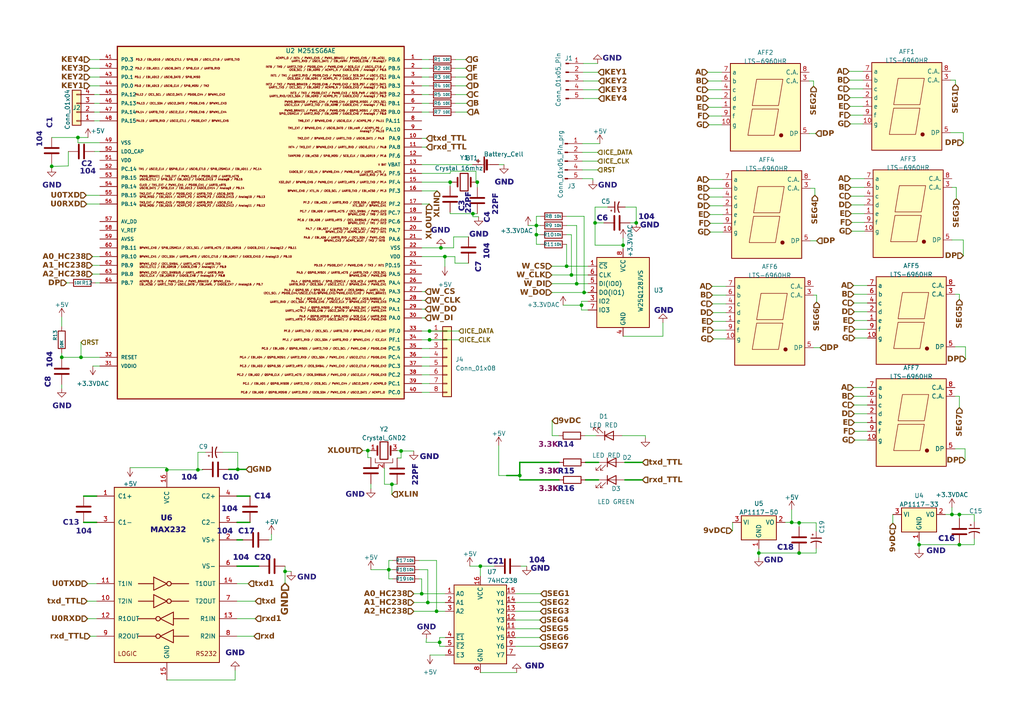
<source format=kicad_sch>
(kicad_sch (version 20230121) (generator eeschema)
  (paper "A4")
  (junction (at 180.721 71.12))
  (junction (at 278.257 157.988))
  (junction (at 23.495 103.632))
  (junction (at 17.907 103.632))
  (junction (at 231.775 160.401))
  (junction (at 278.257 149.225))
  (junction (at 126.619 177.292))
  (junction (at 130.556 52.832))
  (junction (at 220.091 160.401))
  (junction (at 184.531 64.643))
  (junction (at 164.338 77.216))
  (junction (at 127.508 186.309))
  (junction (at 169.418 84.836))
  (junction (at 138.43 52.832))
  (junction (at 155.575 68.072))
  (junction (at 82.677 165.735))
  (junction (at 124.587 96.012))
  (junction (at 113.665 140.462))
  (junction (at 229.616 151.511))
  (junction (at 116.332 130.81))
  (junction (at 139.319 164.211))
  (junction (at 14.986 48.26))
  (junction (at 231.775 151.638))
  (junction (at 106.68 130.683))
  (junction (at 137.16 61.976))
  (junction (at 48.387 136.271))
  (junction (at 124.587 98.552))
  (junction (at 168.656 88.519))
  (junction (at 155.575 65.405))
  (junction (at 22.606 39.878))
  (junction (at 276.098 149.225))
  (junction (at 127.889 71.882))
  (junction (at 167.259 82.296))
  (junction (at 122.301 172.212))
  (junction (at 124.079 174.752))
  (junction (at 112.776 165.227))
  (junction (at 68.961 136.144))
  (junction (at 150.749 137.922))
  (junction (at 57.404 136.271))
  (junction (at 172.593 64.643))
  (junction (at 129.032 74.422))
  (junction (at 266.573 157.988))
  (junction (at 165.735 79.756))
  (wire (pts (xy 116.332 130.81) (xy 116.332 130.683)))
  (wire (pts (xy 169.799 139.192) (xy 173.609 139.192)) (stroke (width 0.4)))
  (wire (pts (xy 27.432 43.942) (xy 28.956 43.942)))
  (wire (pts (xy 181.356 60.071) (xy 184.531 60.071)))
  (wire (pts (xy 169.672 126.365) (xy 172.847 126.365)))
  (wire (pts (xy 180.467 126.365) (xy 187.198 126.365)))
  (wire (pts (xy 113.792 140.335) (xy 113.665 140.462)))
  (wire (pts (xy 205.232 20.955) (xy 209.296 20.955)))
  (wire (pts (xy 164.338 65.405) (xy 167.259 65.405)))
  (wire (pts (xy 173.609 26.035) (xy 169.164 26.035)))
  (wire (pts (xy 130.556 61.595) (xy 130.556 61.976)))
  (wire (pts (xy 236.855 87.63) (xy 236.855 85.598)))
  (wire (pts (xy 160.02 79.756) (xy 165.735 79.756)))
  (wire (pts (xy 25.146 59.182) (xy 28.956 59.182)))
  (wire (pts (xy 164.338 62.738) (xy 169.418 62.738)))
  (wire (pts (xy 168.656 87.376) (xy 168.656 88.519)))
  (wire (pts (xy 26.035 19.812) (xy 28.956 19.812)))
  (wire (pts (xy 138.811 62.865) (xy 137.16 62.865)))
  (wire (pts (xy 126.619 162.56) (xy 126.619 177.292)))
  (wire (pts (xy 124.714 189.992) (xy 129.159 189.992)))
  (wire (pts (xy 122.301 47.752) (xy 137.033 47.752)))
  (wire (pts (xy 167.259 65.405) (xy 167.259 82.296)))
  (wire (pts (xy 26.924 106.172) (xy 28.956 106.172)))
  (wire (pts (xy 27.305 27.432) (xy 28.956 27.432)))
  (wire (pts (xy 132.08 17.272) (xy 135.128 17.272)))
  (wire (pts (xy 181.229 134.112) (xy 186.309 134.112)) (stroke (width 0.4)))
  (wire (pts (xy 14.986 48.641) (xy 14.986 48.26)))
  (wire (pts (xy 124.46 17.272) (xy 122.301 17.272)))
  (wire (pts (xy 64.643 131.191) (xy 68.961 131.191)))
  (wire (pts (xy 205.613 33.655) (xy 209.296 33.655)))
  (wire (pts (xy 160.147 122.047) (xy 160.147 126.365)))
  (wire (pts (xy 279.4 69.596) (xy 279.4 74.168)))
  (wire (pts (xy 247.015 67.056) (xy 250.698 67.056)))
  (wire (pts (xy 136.271 164.211) (xy 139.319 164.211)))
  (wire (pts (xy 171.958 52.324) (xy 171.958 51.816)))
  (wire (pts (xy 129.032 74.422) (xy 131.953 74.422)))
  (wire (pts (xy 227.711 151.511) (xy 229.616 151.511)))
  (wire (pts (xy 82.677 165.735) (xy 82.677 164.211)))
  (wire (pts (xy 26.797 79.502) (xy 28.956 79.502)))
  (wire (pts (xy 74.041 179.451) (xy 68.707 179.451)))
  (wire (pts (xy 237.871 100.838) (xy 235.966 100.838)))
  (wire (pts (xy 124.587 96.012) (xy 133.096 96.012)))
  (wire (pts (xy 168.91 49.276) (xy 173.355 49.276)))
  (wire (pts (xy 247.777 92.964) (xy 251.587 92.964)))
  (wire (pts (xy 246.253 20.701) (xy 250.317 20.701)))
  (wire (pts (xy 168.656 88.519) (xy 168.656 89.916)))
  (wire (pts (xy 68.707 156.591) (xy 70.358 156.591)) (stroke (width 0.4)))
  (wire (pts (xy 274.193 149.225) (xy 276.098 149.225)))
  (wire (pts (xy 220.091 160.401) (xy 231.775 160.401)))
  (wire (pts (xy 106.68 130.683) (xy 107.569 130.683)))
  (wire (pts (xy 205.74 57.15) (xy 209.677 57.15)))
  (wire (pts (xy 180.721 71.12) (xy 180.721 69.088)))
  (wire (pts (xy 278.257 114.935) (xy 276.987 114.935)))
  (wire (pts (xy 129.032 74.422) (xy 129.032 77.343)))
  (wire (pts (xy 26.035 17.272) (xy 28.956 17.272)))
  (wire (pts (xy 23.495 103.632) (xy 17.907 103.632)))
  (wire (pts (xy 164.338 68.072) (xy 165.735 68.072)))
  (wire (pts (xy 115.189 132.842) (xy 116.332 132.842)))
  (wire (pts (xy 205.359 23.495) (xy 209.296 23.495)))
  (wire (pts (xy 170.561 87.376) (xy 168.656 87.376)))
  (wire (pts (xy 130.556 53.975) (xy 130.556 52.832)))
  (wire (pts (xy 168.91 46.736) (xy 173.355 46.736)))
  (wire (pts (xy 26.035 22.352) (xy 28.956 22.352)))
  (wire (pts (xy 206.756 93.218) (xy 210.566 93.218)))
  (wire (pts (xy 172.593 64.643) (xy 172.593 71.12)))
  (wire (pts (xy 205.867 62.23) (xy 209.677 62.23)))
  (wire (pts (xy 132.08 19.812) (xy 135.128 19.812)))
  (wire (pts (xy 168.91 41.656) (xy 173.99 41.656)))
  (wire (pts (xy 124.46 19.812) (xy 122.301 19.812)))
  (wire (pts (xy 130.683 49.657) (xy 138.049 49.657)))
  (wire (pts (xy 279.908 133.477) (xy 279.908 130.175)))
  (wire (pts (xy 68.707 184.531) (xy 73.66 184.531)))
  (wire (pts (xy 246.761 54.356) (xy 250.698 54.356)))
  (wire (pts (xy 138.049 52.451) (xy 138.43 52.451)))
  (wire (pts (xy 160.02 84.836) (xy 169.418 84.836)))
  (wire (pts (xy 266.573 157.988) (xy 278.257 157.988)))
  (wire (pts (xy 124.46 32.512) (xy 122.301 32.512)))
  (wire (pts (xy 106.68 132.715) (xy 106.68 130.683)))
  (wire (pts (xy 235.966 25.019) (xy 235.966 23.495)))
  (wire (pts (xy 246.507 30.861) (xy 250.317 30.861)))
  (wire (pts (xy 113.919 165.227) (xy 112.776 165.227)))
  (wire (pts (xy 113.665 140.335) (xy 113.792 140.335)))
  (wire (pts (xy 107.569 132.715) (xy 106.68 132.715)))
  (wire (pts (xy 153.162 65.405) (xy 155.575 65.405)))
  (wire (pts (xy 137.16 62.865) (xy 137.16 61.976)))
  (wire (pts (xy 212.471 153.924) (xy 212.344 153.924)))
  (wire (pts (xy 14.986 48.26) (xy 14.986 47.498)))
  (wire (pts (xy 152.781 164.211) (xy 151.003 164.211)))
  (wire (pts (xy 124.587 101.092) (xy 122.301 101.092)))
  (wire (pts (xy 258.953 151.765) (xy 258.953 149.225)))
  (wire (pts (xy 113.665 140.462) (xy 113.665 140.335)))
  (wire (pts (xy 107.569 140.335) (xy 107.569 141.732)))
  (wire (pts (xy 266.573 157.988) (xy 266.573 159.258)))
  (wire (pts (xy 144.653 137.922) (xy 146.939 137.922)))
  (wire (pts (xy 78.74 154.94) (xy 78.74 156.591)))
  (wire (pts (xy 111.506 135.89) (xy 111.379 135.763)))
  (wire (pts (xy 206.502 83.058) (xy 210.566 83.058)))
  (wire (pts (xy 132.08 27.432) (xy 135.382 27.432)))
  (wire (pts (xy 205.74 54.61) (xy 209.677 54.61)))
  (wire (pts (xy 149.479 177.292) (xy 156.718 177.292)))
  (wire (pts (xy 164.338 70.866) (xy 164.338 77.216)))
  (wire (pts (xy 247.904 95.504) (xy 251.587 95.504)))
  (wire (pts (xy 247.904 127.635) (xy 251.587 127.635)))
  (wire (pts (xy 229.616 147.828) (xy 229.616 151.511)))
  (wire (pts (xy 169.418 84.836) (xy 170.561 84.836)))
  (wire (pts (xy 173.482 20.955) (xy 169.164 20.955)))
  (wire (pts (xy 172.593 60.071) (xy 172.593 64.643)))
  (wire (pts (xy 247.777 120.015) (xy 251.587 120.015)))
  (wire (pts (xy 120.015 172.212) (xy 122.301 172.212)))
  (wire (pts (xy 165.735 68.072) (xy 165.735 79.756)))
  (wire (pts (xy 282.575 151.257) (xy 282.575 149.225)))
  (wire (pts (xy 120.015 130.81) (xy 116.332 130.81)))
  (wire (pts (xy 131.572 71.882) (xy 127.889 71.882)))
  (wire (pts (xy 236.347 54.61) (xy 235.077 54.61)))
  (wire (pts (xy 122.301 98.552) (xy 124.587 98.552)))
  (wire (pts (xy 169.418 62.738) (xy 169.418 84.836)))
  (wire (pts (xy 180.721 72.136) (xy 180.721 71.12)))
  (wire (pts (xy 121.539 167.894) (xy 122.301 167.894)))
  (wire (pts (xy 279.4 38.481) (xy 279.4 41.402)))
  (wire (pts (xy 131.953 76.327) (xy 131.953 74.422)))
  (wire (pts (xy 127.889 71.882) (xy 122.301 71.882)))
  (wire (pts (xy 165.735 79.756) (xy 170.561 79.756)))
  (wire (pts (xy 162.179 134.112) (xy 150.749 134.112)) (stroke (width 0.4)))
  (wire (pts (xy 19.812 43.942) (xy 19.812 48.133)))
  (wire (pts (xy 169.799 134.112) (xy 173.609 134.112)) (stroke (width 0.4)))
  (wire (pts (xy 184.531 60.071) (xy 184.531 64.643)))
  (wire (pts (xy 278.257 150.368) (xy 278.257 149.225)))
  (wire (pts (xy 22.606 41.402) (xy 22.606 39.878)))
  (wire (pts (xy 205.359 26.035) (xy 209.296 26.035)))
  (wire (pts (xy 17.907 91.948) (xy 17.907 94.742)))
  (wire (pts (xy 131.572 68.707) (xy 131.572 71.882)))
  (wire (pts (xy 231.775 152.781) (xy 231.775 151.638)))
  (wire (pts (xy 20.066 82.042) (xy 19.304 82.042)))
  (wire (pts (xy 280.035 100.584) (xy 280.035 104.14)))
  (wire (pts (xy 122.301 55.372) (xy 126.746 55.372)))
  (wire (pts (xy 155.575 68.072) (xy 156.718 68.072)))
  (wire (pts (xy 68.707 174.371) (xy 74.041 174.371)))
  (wire (pts (xy 229.616 151.511) (xy 229.616 151.638)))
  (wire (pts (xy 72.009 169.291) (xy 68.707 169.291)))
  (wire (pts (xy 236.855 85.598) (xy 235.966 85.598)))
  (wire (pts (xy 149.479 184.912) (xy 156.591 184.912)))
  (wire (pts (xy 68.707 164.211) (xy 75.057 164.211)) (stroke (width 0.4)))
  (wire (pts (xy 247.777 122.555) (xy 251.587 122.555)))
  (wire (pts (xy 160.02 77.216) (xy 164.338 77.216)))
  (wire (pts (xy 121.539 162.56) (xy 126.619 162.56)))
  (wire (pts (xy 246.634 51.816) (xy 250.698 51.816)))
  (wire (pts (xy 235.966 23.495) (xy 234.696 23.495)))
  (wire (pts (xy 26.162 184.531) (xy 28.067 184.531)))
  (wire (pts (xy 27.305 32.512) (xy 28.956 32.512)))
  (wire (pts (xy 247.015 64.516) (xy 250.698 64.516)))
  (wire (pts (xy 68.199 197.231) (xy 68.199 194.437)))
  (wire (pts (xy 247.65 117.475) (xy 251.587 117.475)))
  (wire (pts (xy 176.276 60.071) (xy 172.593 60.071)))
  (wire (pts (xy 180.721 97.536) (xy 192.278 97.536)))
  (wire (pts (xy 206.756 90.678) (xy 210.566 90.678)))
  (wire (pts (xy 246.634 33.401) (xy 250.317 33.401)))
  (wire (pts (xy 105.156 130.683) (xy 106.68 130.683)))
  (wire (pts (xy 132.08 24.892) (xy 135.255 24.892)))
  (wire (pts (xy 17.907 103.886) (xy 17.907 103.632)))
  (wire (pts (xy 132.08 29.972) (xy 135.382 29.972)))
  (wire (pts (xy 82.677 169.164) (xy 82.677 165.735)))
  (wire (pts (xy 155.575 62.738) (xy 155.575 65.405)))
  (wire (pts (xy 187.198 126.365) (xy 187.198 127)))
  (wire (pts (xy 150.749 134.112) (xy 150.749 137.922)) (stroke (width 0.4)))
  (wire (pts (xy 122.301 103.632) (xy 124.587 103.632)))
  (wire (pts (xy 276.098 149.225) (xy 278.257 149.225)))
  (wire (pts (xy 123.698 42.672) (xy 122.301 42.672)))
  (wire (pts (xy 122.301 111.252) (xy 124.587 111.252)))
  (wire (pts (xy 57.404 131.191) (xy 57.404 136.271)))
  (wire (pts (xy 25.4 169.291) (xy 28.067 169.291)))
  (wire (pts (xy 116.332 132.842) (xy 116.332 130.81)))
  (wire (pts (xy 205.486 31.115) (xy 209.296 31.115)))
  (wire (pts (xy 135.89 76.327) (xy 131.953 76.327)))
  (wire (pts (xy 138.43 52.451) (xy 138.43 52.832)))
  (wire (pts (xy 236.728 160.401) (xy 231.775 160.401)))
  (wire (pts (xy 149.479 172.212) (xy 156.845 172.212)))
  (wire (pts (xy 160.147 126.365) (xy 162.052 126.365)))
  (wire (pts (xy 149.479 174.752) (xy 156.718 174.752)))
  (wire (pts (xy 277.114 24.511) (xy 277.114 23.241)))
  (wire (pts (xy 127.508 187.452) (xy 129.159 187.452)))
  (wire (pts (xy 156.718 65.405) (xy 155.575 65.405)))
  (wire (pts (xy 247.904 98.044) (xy 251.587 98.044)))
  (wire (pts (xy 25.273 174.371) (xy 28.067 174.371)))
  (wire (pts (xy 139.319 195.072) (xy 149.86 195.072)))
  (wire (pts (xy 236.728 151.638) (xy 231.775 151.638)))
  (wire (pts (xy 122.301 59.182) (xy 124.46 59.182)))
  (wire (pts (xy 28.956 103.632) (xy 23.495 103.632)))
  (wire (pts (xy 68.707 143.891) (xy 72.517 143.891)) (stroke (width 0.4)))
  (wire (pts (xy 156.718 70.866) (xy 155.575 70.866)))
  (wire (pts (xy 59.563 131.191) (xy 57.404 131.191)))
  (wire (pts (xy 23.495 99.314) (xy 23.495 103.632)))
  (wire (pts (xy 277.114 23.241) (xy 275.717 23.241)))
  (wire (pts (xy 247.65 114.935) (xy 251.587 114.935)))
  (wire (pts (xy 24.257 151.511) (xy 28.067 151.511)) (stroke (width 0.4)))
  (wire (pts (xy 130.556 50.292) (xy 130.683 49.657)))
  (wire (pts (xy 164.338 77.216) (xy 170.561 77.216)))
  (wire (pts (xy 156.591 187.452) (xy 149.479 187.452)))
  (wire (pts (xy 121.539 165.227) (xy 124.079 165.227)))
  (wire (pts (xy 131.572 68.707) (xy 135.89 68.707)))
  (wire (pts (xy 156.718 62.738) (xy 155.575 62.738)))
  (wire (pts (xy 205.994 67.31) (xy 209.677 67.31)))
  (wire (pts (xy 172.593 71.12) (xy 180.721 71.12)))
  (wire (pts (xy 124.587 98.552) (xy 133.096 98.552)))
  (wire (pts (xy 278.257 85.344) (xy 276.987 85.344)))
  (wire (pts (xy 28.956 41.402) (xy 22.606 41.402)))
  (wire (pts (xy 282.575 157.988) (xy 278.257 157.988)))
  (wire (pts (xy 206.883 95.758) (xy 210.566 95.758)))
  (wire (pts (xy 206.883 98.298) (xy 210.566 98.298)))
  (wire (pts (xy 122.301 167.894) (xy 122.301 172.212)))
  (wire (pts (xy 120.015 177.292) (xy 126.619 177.292)))
  (wire (pts (xy 247.777 90.424) (xy 251.587 90.424)))
  (wire (pts (xy 279.908 130.175) (xy 276.987 130.175)))
  (wire (pts (xy 282.575 149.225) (xy 278.257 149.225)))
  (wire (pts (xy 112.776 162.56) (xy 112.776 165.227)))
  (wire (pts (xy 14.986 39.878) (xy 22.606 39.878)))
  (wire (pts (xy 282.575 156.337) (xy 282.575 157.988)))
  (wire (pts (xy 236.728 159.131) (xy 236.728 160.401)))
  (wire (pts (xy 150.749 139.192) (xy 162.179 139.192)) (stroke (width 0.4)))
  (wire (pts (xy 111.506 140.462) (xy 113.665 140.462)))
  (wire (pts (xy 48.387 197.231) (xy 68.199 197.231)))
  (wire (pts (xy 123.698 185.166) (xy 123.571 186.309)))
  (wire (pts (xy 205.867 59.69) (xy 209.677 59.69)))
  (wire (pts (xy 27.686 82.042) (xy 28.956 82.042)))
  (wire (pts (xy 112.776 167.894) (xy 113.919 167.894)))
  (wire (pts (xy 246.38 25.781) (xy 250.317 25.781)))
  (wire (pts (xy 17.907 112.649) (xy 17.907 111.506)))
  (wire (pts (xy 57.404 136.271) (xy 58.801 136.271)))
  (wire (pts (xy 122.301 113.792) (xy 124.587 113.792)))
  (wire (pts (xy 124.079 174.752) (xy 129.159 174.752)))
  (wire (pts (xy 48.387 135.636) (xy 48.387 136.271)))
  (wire (pts (xy 27.305 35.052) (xy 28.956 35.052)))
  (wire (pts (xy 278.257 86.868) (xy 278.257 85.344)))
  (wire (pts (xy 167.259 82.296) (xy 170.561 82.296)))
  (wire (pts (xy 124.46 27.432) (xy 122.301 27.432)))
  (wire (pts (xy 124.46 29.972) (xy 122.301 29.972)))
  (wire (pts (xy 130.556 61.976) (xy 137.16 61.976)))
  (wire (pts (xy 246.38 23.241) (xy 250.317 23.241)))
  (wire (pts (xy 163.322 88.519) (xy 168.656 88.519)))
  (wire (pts (xy 277.368 54.356) (xy 276.098 54.356)))
  (wire (pts (xy 24.257 143.891) (xy 28.067 143.891)) (stroke (width 0.4)))
  (wire (pts (xy 247.65 87.884) (xy 251.587 87.884)))
  (wire (pts (xy 113.665 140.462) (xy 115.189 140.462)))
  (wire (pts (xy 146.177 47.752) (xy 144.653 47.752)))
  (wire (pts (xy 220.091 160.401) (xy 220.091 161.671)))
  (wire (pts (xy 123.571 186.309) (xy 127.508 186.309)))
  (wire (pts (xy 276.987 100.584) (xy 280.035 100.584)))
  (wire (pts (xy 220.091 159.131) (xy 220.091 160.401)))
  (wire (pts (xy 48.387 136.271) (xy 57.404 136.271)))
  (wire (pts (xy 168.91 44.196) (xy 173.355 44.196)))
  (wire (pts (xy 205.486 28.575) (xy 209.296 28.575)))
  (wire (pts (xy 206.629 88.138) (xy 210.566 88.138)))
  (wire (pts (xy 26.035 24.892) (xy 28.956 24.892)))
  (wire (pts (xy 132.08 32.512) (xy 135.509 32.512)))
  (wire (pts (xy 144.653 129.286) (xy 144.653 137.922)))
  (wire (pts (xy 169.164 18.415) (xy 173.355 18.415)))
  (wire (pts (xy 132.08 22.352) (xy 135.255 22.352)))
  (wire (pts (xy 235.077 69.85) (xy 236.855 69.85)))
  (wire (pts (xy 139.319 164.211) (xy 143.383 164.211)))
  (wire (pts (xy 276.098 147.193) (xy 276.098 149.225)))
  (wire (pts (xy 58.801 136.271) (xy 58.674 136.144)))
  (wire (pts (xy 146.939 137.922) (xy 150.749 137.922)) (stroke (width 0.4)))
  (wire (pts (xy 247.523 112.395) (xy 251.587 112.395)))
  (wire (pts (xy 122.301 74.422) (xy 129.032 74.422)))
  (wire (pts (xy 25.4 179.451) (xy 28.067 179.451)))
  (wire (pts (xy 124.079 165.227) (xy 124.079 174.752)))
  (wire (pts (xy 277.368 57.658) (xy 277.368 54.356)))
  (wire (pts (xy 122.301 84.582) (xy 123.317 84.582)))
  (wire (pts (xy 107.569 165.227) (xy 112.776 165.227)))
  (wire (pts (xy 17.907 103.632) (xy 17.907 102.362)))
  (wire (pts (xy 68.961 136.144) (xy 71.374 136.144)) (stroke (width 0.4)))
  (wire (pts (xy 113.665 143.383) (xy 113.665 140.462)))
  (wire (pts (xy 120.015 174.752) (xy 124.079 174.752)))
  (wire (pts (xy 275.717 38.481) (xy 279.4 38.481)))
  (wire (pts (xy 129.159 184.912) (xy 127.508 184.912)))
  (wire (pts (xy 160.02 82.296) (xy 167.259 82.296)))
  (wire (pts (xy 122.301 22.352) (xy 124.46 22.352)))
  (wire (pts (xy 68.961 131.191) (xy 68.961 136.144)))
  (wire (pts (xy 169.418 84.963) (xy 169.418 84.836)))
  (wire (pts (xy 122.301 106.172) (xy 124.587 106.172)))
  (wire (pts (xy 25.019 56.642) (xy 28.956 56.642)))
  (wire (pts (xy 68.707 151.511) (xy 72.517 151.511)) (stroke (width 0.4)))
  (wire (pts (xy 247.904 125.095) (xy 251.587 125.095)))
  (wire (pts (xy 127.508 186.309) (xy 127.508 187.452)))
  (wire (pts (xy 229.616 151.638) (xy 231.775 151.638)))
  (wire (pts (xy 236.728 154.051) (xy 236.728 151.638)))
  (wire (pts (xy 22.606 39.878) (xy 25.527 39.878)))
  (wire (pts (xy 155.575 65.405) (xy 155.575 68.072)))
  (wire (pts (xy 122.301 92.202) (xy 123.317 92.202)))
  (wire (pts (xy 150.749 137.922) (xy 150.749 139.192)))
  (wire (pts (xy 26.797 74.422) (xy 28.956 74.422)))
  (wire (pts (xy 247.65 85.344) (xy 251.587 85.344)))
  (wire (pts (xy 122.301 108.712) (xy 124.587 108.712)))
  (wire (pts (xy 124.46 24.892) (xy 122.301 24.892)))
  (wire (pts (xy 26.797 76.962) (xy 28.956 76.962)))
  (wire (pts (xy 236.601 38.735) (xy 234.696 38.735)))
  (wire (pts (xy 278.257 118.237) (xy 278.257 114.935)))
  (wire (pts (xy 175.133 64.643) (xy 172.593 64.643)))
  (wire (pts (xy 169.164 23.495) (xy 173.609 23.495)))
  (wire (pts (xy 247.523 82.804) (xy 251.587 82.804)))
  (wire (pts (xy 84.455 165.735) (xy 82.677 165.735)))
  (wire (pts (xy 122.301 96.012) (xy 124.587 96.012)))
  (wire (pts (xy 169.164 28.575) (xy 173.609 28.575)))
  (wire (pts (xy 130.556 52.832) (xy 130.81 52.832)))
  (wire (pts (xy 171.958 51.816) (xy 168.91 51.816)))
  (wire (pts (xy 116.332 130.683) (xy 115.189 130.683)))
  (wire (pts (xy 266.573 156.845) (xy 266.573 157.988)))
  (wire (pts (xy 276.098 69.596) (xy 279.4 69.596)))
  (wire (pts (xy 122.301 89.662) (xy 123.317 89.662)))
  (wire (pts (xy 122.301 50.292) (xy 130.556 50.292)))
  (wire (pts (xy 205.994 64.77) (xy 209.677 64.77)))
  (wire (pts (xy 206.629 85.598) (xy 210.566 85.598)))
  (wire (pts (xy 246.888 59.436) (xy 250.698 59.436)))
  (wire (pts (xy 137.16 61.976) (xy 138.43 61.976)))
  (wire (pts (xy 27.305 29.972) (xy 28.956 29.972)))
  (wire (pts (xy 246.761 56.896) (xy 250.698 56.896)))
  (wire (pts (xy 246.888 61.976) (xy 250.698 61.976)))
  (wire (pts (xy 122.301 172.212) (xy 129.159 172.212)))
  (wire (pts (xy 139.319 164.211) (xy 139.319 167.132)))
  (wire (pts (xy 138.049 49.657) (xy 138.049 52.451)))
  (wire (pts (xy 181.229 139.192) (xy 186.309 139.192)) (stroke (width 0.4)))
  (wire (pts (xy 192.278 97.536) (xy 192.278 93.599)))
  (wire (pts (xy 205.613 52.07) (xy 209.677 52.07)))
  (wire (pts (xy 236.347 56.642) (xy 236.347 54.61)))
  (wire (pts (xy 138.43 54.356) (xy 138.43 52.832)))
  (wire (pts (xy 37.719 135.636) (xy 48.387 135.636)))
  (wire (pts (xy 78.74 156.591) (xy 77.978 156.591)))
  (wire (pts (xy 113.919 162.56) (xy 112.776 162.56)))
  (wire (pts (xy 168.656 89.916) (xy 170.561 89.916)))
  (wire (pts (xy 122.301 52.832) (xy 130.556 52.832)))
  (wire (pts (xy 149.479 182.372) (xy 156.591 182.372)))
  (wire (pts (xy 112.776 165.227) (xy 112.776 167.894)))
  (wire (pts (xy 205.613 36.195) (xy 209.296 36.195)))
  (wire (pts (xy 19.812 48.133) (xy 14.986 48.26)))
  (wire (pts (xy 246.634 35.941) (xy 250.317 35.941)))
  (wire (pts (xy 212.471 151.511) (xy 212.471 153.924)))
  (wire (pts (xy 126.619 177.292) (xy 129.159 177.292)))
  (wire (pts (xy 149.479 179.832) (xy 156.591 179.832)))
  (wire (pts (xy 122.301 40.132) (xy 123.698 40.132)))
  (wire (pts (xy 122.301 87.122) (xy 123.317 87.122)))
  (wire (pts (xy 184.531 64.643) (xy 182.753 64.643)))
  (wire (pts (xy 246.507 28.321) (xy 250.317 28.321)))
  (wire (pts (xy 127.508 184.912) (xy 127.508 186.309)))
  (wire (pts (xy 155.575 70.866) (xy 155.575 68.072)))
  (wire (pts (xy 66.294 136.144) (xy 68.961 136.144)) (stroke (width 0.4)))
  (wire (pts (xy 111.506 135.89) (xy 111.506 140.462)))
  (hierarchical_label "W_CLK" (shape input) (at 160.02 79.756 180) (effects (font (size 1.6 1.6) bold)))
  (hierarchical_label "KEY4" (shape input) (at 26.035 17.272 180) (effects (font (size 1.6 1.6) bold)))
  (hierarchical_label "B" (shape input) (at 206.629 85.598 180) (effects (font (size 1.6 1.6) bold)))
  (hierarchical_label "SEG2" (shape input) (at 156.718 174.752 0) (effects (font (size 1.6 1.6) bold)))
  (hierarchical_label "rxd" (shape input) (at 73.66 184.531 0) (effects (font (size 1.6 1.6) bold)))
  (hierarchical_label "A" (shape input) (at 247.523 82.804 180) (effects (font (size 1.6 1.6) bold)))
  (hierarchical_label "RST" (shape input) (at 23.495 99.314 0) (effects (font bold)))
  (hierarchical_label "D" (shape input) (at 205.867 59.69 180) (effects (font (size 1.6 1.6) bold)))
  (hierarchical_label "E" (shape input) (at 135.255 22.352 0) (effects (font (size 1.6 1.6) bold)))
  (hierarchical_label "SEG2" (shape input) (at 235.966 25.019 270) (effects (font (size 1.6 1.6) bold)))
  (hierarchical_label "W_CS" (shape input) (at 123.317 84.582 0) (effects (font (size 1.6 1.6) bold)))
  (hierarchical_label "ICE_CLK" (shape input) (at 173.355 46.736 0) (effects (font bold)))
  (hierarchical_label "GND" (shape input) (at 71.374 136.144 0) (effects (font (size 1.6 1.6) bold)))
  (hierarchical_label "B" (shape input) (at 247.65 114.935 180) (effects (font (size 1.6 1.6) bold)))
  (hierarchical_label "W_CLK" (shape input) (at 123.317 87.122 0) (effects (font (size 1.6 1.6) bold)))
  (hierarchical_label "A" (shape input) (at 206.502 83.058 180) (effects (font (size 1.6 1.6) bold)))
  (hierarchical_label "F" (shape input) (at 205.994 64.77 180) (effects (font (size 1.6 1.6) bold)))
  (hierarchical_label "B" (shape input) (at 246.761 54.356 180) (effects (font (size 1.6 1.6) bold)))
  (hierarchical_label "F" (shape input) (at 135.128 19.812 0) (effects (font (size 1.6 1.6) bold)))
  (hierarchical_label "B" (shape input) (at 247.65 85.344 180) (effects (font (size 1.6 1.6) bold)))
  (hierarchical_label "SEG7" (shape input) (at 278.257 118.237 270) (effects (font (size 1.6 1.6) bold)))
  (hierarchical_label "txd" (shape input) (at 74.041 174.371 0) (effects (font (size 1.6 1.6) bold)))
  (hierarchical_label "A" (shape input) (at 246.634 51.816 180) (effects (font (size 1.6 1.6) bold)))
  (hierarchical_label "F" (shape input) (at 247.904 95.504 180) (effects (font (size 1.6 1.6) bold)))
  (hierarchical_label "KEY1" (shape input) (at 173.482 20.955 0) (effects (font (size 1.6 1.6) bold)))
  (hierarchical_label "KEY2" (shape input) (at 173.609 23.495 0) (effects (font (size 1.6 1.6) bold)))
  (hierarchical_label "E" (shape input) (at 247.777 92.964 180) (effects (font (size 1.6 1.6) bold)))
  (hierarchical_label "B" (shape input) (at 205.74 54.61 180) (effects (font (size 1.6 1.6) bold)))
  (hierarchical_label "D" (shape input) (at 135.255 24.892 0) (effects (font (size 1.6 1.6) bold)))
  (hierarchical_label "SEG6" (shape input) (at 236.855 87.63 270) (effects (font (size 1.6 1.6) bold)))
  (hierarchical_label "B" (shape input) (at 205.359 23.495 180) (effects (font (size 1.6 1.6) bold)))
  (hierarchical_label "DP" (shape input) (at 236.601 38.735 0) (effects (font (size 1.6 1.6) bold)))
  (hierarchical_label "C" (shape input) (at 135.382 27.432 0) (effects (font (size 1.6 1.6) bold)))
  (hierarchical_label "D" (shape input) (at 246.507 28.321 180) (effects (font (size 1.6 1.6) bold)))
  (hierarchical_label "DP" (shape input) (at 280.035 104.14 180) (effects (font (size 1.6 1.6) bold)))
  (hierarchical_label "F" (shape input) (at 246.634 33.401 180) (effects (font (size 1.6 1.6) bold)))
  (hierarchical_label "RST" (shape input) (at 173.355 49.276 0) (effects (font bold)))
  (hierarchical_label "SEG3" (shape input) (at 156.718 177.292 0) (effects (font (size 1.6 1.6) bold)))
  (hierarchical_label "ICE_DATA" (shape input) (at 133.096 96.012 0) (effects (font bold)))
  (hierarchical_label "A2_HC238" (shape input) (at 120.015 177.292 180) (effects (font (size 1.6 1.6) bold)))
  (hierarchical_label "U0RXD" (shape input) (at 25.4 179.451 180) (effects (font (size 1.6 1.6) bold)))
  (hierarchical_label "G" (shape input) (at 135.128 17.272 0) (effects (font (size 1.6 1.6) bold)))
  (hierarchical_label "W_CS" (shape input) (at 160.02 77.216 180) (effects (font (size 1.6 1.6) bold)))
  (hierarchical_label "SEG3" (shape input) (at 277.368 57.658 270) (effects (font (size 1.6 1.6) bold)))
  (hierarchical_label "W_DI" (shape input) (at 160.02 82.296 180) (effects (font (size 1.6 1.6) bold)))
  (hierarchical_label "KEY4" (shape input) (at 173.609 28.575 0) (effects (font (size 1.6 1.6) bold)))
  (hierarchical_label "DP" (shape input) (at 279.908 133.477 180) (effects (font (size 1.6 1.6) bold)))
  (hierarchical_label "C" (shape input) (at 205.74 57.15 180) (effects (font (size 1.6 1.6) bold)))
  (hierarchical_label "A" (shape input) (at 247.523 112.395 180) (effects (font (size 1.6 1.6) bold)))
  (hierarchical_label "B" (shape input) (at 246.38 23.241 180) (effects (font (size 1.6 1.6) bold)))
  (hierarchical_label "C" (shape input) (at 205.359 26.035 180) (effects (font (size 1.6 1.6) bold)))
  (hierarchical_label "E" (shape input) (at 205.486 31.115 180) (effects (font (size 1.6 1.6) bold)))
  (hierarchical_label "D" (shape input) (at 206.756 90.678 180) (effects (font (size 1.6 1.6) bold)))
  (hierarchical_label "W_DO" (shape input) (at 123.317 89.662 0) (effects (font (size 1.6 1.6) bold)))
  (hierarchical_label "U0TXD" (shape input) (at 25.4 169.291 180) (effects (font (size 1.6 1.6) bold)))
  (hierarchical_label "KEY3" (shape input) (at 26.035 19.812 180) (effects (font (size 1.6 1.6) bold)))
  (hierarchical_label "XLIN" (shape input) (at 113.665 143.383 0) (effects (font (size 1.6 1.6) bold)))
  (hierarchical_label "D" (shape input) (at 247.777 120.015 180) (effects (font (size 1.6 1.6) bold)))
  (hierarchical_label "KEY1" (shape input) (at 26.035 24.892 180) (effects (font (size 1.6 1.6) bold)))
  (hierarchical_label "SEG5" (shape input) (at 156.591 182.372 0) (effects (font (size 1.6 1.6) bold)))
  (hierarchical_label "A" (shape input) (at 246.253 20.701 180) (effects (font (size 1.6 1.6) bold)))
  (hierarchical_label "E" (shape input) (at 246.507 30.861 180) (effects (font (size 1.6 1.6) bold)))
  (hierarchical_label "A" (shape input) (at 205.232 20.955 180) (effects (font (size 1.6 1.6) bold)))
  (hierarchical_label "SEG4" (shape input) (at 156.591 179.832 0) (effects (font (size 1.6 1.6) bold)))
  (hierarchical_label "G" (shape input) (at 206.883 98.298 180) (effects (font (size 1.6 1.6) bold)))
  (hierarchical_label "D" (shape input) (at 246.888 59.436 180) (effects (font (size 1.6 1.6) bold)))
  (hierarchical_label "DP" (shape input) (at 19.304 82.042 180) (effects (font (size 1.6 1.6) bold)))
  (hierarchical_label "D" (shape input) (at 247.777 90.424 180) (effects (font (size 1.6 1.6) bold)))
  (hierarchical_label "GND" (shape input) (at 82.677 169.164 270) (effects (font (size 2 2) bold)))
  (hierarchical_label "B" (shape input) (at 135.382 29.972 0) (effects (font (size 1.6 1.6) bold)))
  (hierarchical_label "KEY3" (shape input) (at 173.609 26.035 0) (effects (font (size 1.6 1.6) bold)))
  (hierarchical_label "ICE_CLK" (shape input) (at 133.096 98.552 0) (effects (font bold)))
  (hierarchical_label "XLIN" (shape input) (at 126.746 55.372 270) (effects (font (size 1.6 1.6) bold)))
  (hierarchical_label "rxd_TTL" (shape input) (at 186.309 139.192 0) (effects (font (size 1.6 1.6) bold)))
  (hierarchical_label "DP" (shape input) (at 279.4 41.402 180) (effects (font (size 1.6 1.6) bold)))
  (hierarchical_label "E" (shape input) (at 247.777 122.555 180) (effects (font (size 1.6 1.6) bold)))
  (hierarchical_label "A" (shape input) (at 135.509 32.512 0) (effects (font (size 1.6 1.6) bold)))
  (hierarchical_label "C" (shape input) (at 247.65 87.884 180) (effects (font (size 1.6 1.6) bold)))
  (hierarchical_label "SEG5" (shape input) (at 278.257 86.868 270) (effects (font (size 1.6 1.6) bold)))
  (hierarchical_label "A" (shape input) (at 205.613 52.07 180) (effects (font (size 1.6 1.6) bold)))
  (hierarchical_label "U0TXD" (shape input) (at 25.019 56.642 180) (effects (font (size 1.6 1.6) bold)))
  (hierarchical_label "G" (shape input) (at 247.904 98.044 180) (effects (font (size 1.6 1.6) bold)))
  (hierarchical_label "SEG1" (shape input) (at 156.845 172.212 0) (effects (font (size 1.6 1.6) bold)))
  (hierarchical_label "A1_HC238" (shape input) (at 120.015 174.752 180) (effects (font (size 1.6 1.6) bold)))
  (hierarchical_label "SEG6" (shape input) (at 156.591 184.912 0) (effects (font (size 1.6 1.6) bold)))
  (hierarchical_label "ICE_DATA" (shape input) (at 173.355 44.196 0) (effects (font bold)))
  (hierarchical_label "W_DI" (shape input) (at 123.317 92.202 0) (effects (font (size 1.6 1.6) bold)))
  (hierarchical_label "txd_TTL" (shape input) (at 25.273 174.371 180) (effects (font (size 1.6 1.6) bold)))
  (hierarchical_label "E" (shape input) (at 206.756 93.218 180) (effects (font (size 1.6 1.6) bold)))
  (hierarchical_label "C" (shape input) (at 246.38 25.781 180) (effects (font (size 1.6 1.6) bold)))
  (hierarchical_label "rxd1" (shape input) (at 74.041 179.451 0) (effects (font (size 1.6 1.6) bold)))
  (hierarchical_label "C" (shape input) (at 246.761 56.896 180) (effects (font (size 1.6 1.6) bold)))
  (hierarchical_label "D" (shape input) (at 205.486 28.575 180) (effects (font (size 1.6 1.6) bold)))
  (hierarchical_label "G" (shape input) (at 205.994 67.31 180) (effects (font (size 1.6 1.6) bold)))
  (hierarchical_label "9vDC" (shape input) (at 258.953 151.765 270) (effects (font (size 1.6 1.6) bold)))
  (hierarchical_label "DP" (shape input) (at 279.4 74.168 180) (effects (font (size 1.6 1.6) bold)))
  (hierarchical_label "U0RXD" (shape input) (at 25.146 59.182 180) (effects (font (size 1.6 1.6) bold)))
  (hierarchical_label "C" (shape input) (at 247.65 117.475 180) (effects (font (size 1.6 1.6) bold)))
  (hierarchical_label "rxd_TTL" (shape input) (at 26.162 184.531 180) (effects (font (size 1.6 1.6) bold)))
  (hierarchical_label "F" (shape input) (at 206.883 95.758 180) (effects (font (size 1.6 1.6) bold)))
  (hierarchical_label "A0_HC238" (shape input) (at 26.797 74.422 180) (effects (font (size 1.6 1.6) bold)))
  (hierarchical_label "SEG4" (shape input) (at 236.347 56.642 270) (effects (font (size 1.6 1.6) bold)))
  (hierarchical_label "txd_TTL" (shape input) (at 186.309 134.112 0) (effects (font (size 1.6 1.6) bold)))
  (hierarchical_label "G" (shape input) (at 205.613 36.195 180) (effects (font (size 1.6 1.6) bold)))
  (hierarchical_label "F" (shape input) (at 205.613 33.655 180) (effects (font (size 1.6 1.6) bold)))
  (hierarchical_label "9vDC" (shape input) (at 212.344 153.924 180) (effects (font (size 1.6 1.6) bold)))
  (hierarchical_label "rxd_TTL" (shape input) (at 123.698 42.672 0) (effects (font (size 1.6 1.6) bold)))
  (hierarchical_label "DP" (shape input) (at 237.871 100.838 0) (effects (font (size 1.6 1.6) bold)))
  (hierarchical_label "G" (shape input) (at 247.904 127.635 180) (effects (font (size 1.6 1.6) bold)))
  (hierarchical_label "A0_HC238" (shape input) (at 120.015 172.212 180) (effects (font (size 1.6 1.6) bold)))
  (hierarchical_label "W_DO" (shape input) (at 160.02 84.836 180) (effects (font (size 1.6 1.6) bold)))
  (hierarchical_label "F" (shape input) (at 247.015 64.516 180) (effects (font (size 1.6 1.6) bold)))
  (hierarchical_label "G" (shape input) (at 247.015 67.056 180) (effects (font (size 1.6 1.6) bold)))
  (hierarchical_label "C" (shape input) (at 206.629 88.138 180) (effects (font (size 1.6 1.6) bold)))
  (hierarchical_label "A2_HC238" (shape input) (at 26.797 79.502 180) (effects (font (size 1.6 1.6) bold)))
  (hierarchical_label "E" (shape input) (at 246.888 61.976 180) (effects (font (size 1.6 1.6) bold)))
  (hierarchical_label "XLOUT" (shape input) (at 124.46 59.182 270) (effects (font (size 1.6 1.6) bold)))
  (hierarchical_label "9vDC" (shape input) (at 160.147 122.047 0) (effects (font (size 1.6 1.6) bold)))
  (hierarchical_label "G" (shape input) (at 246.634 35.941 180) (effects (font (size 1.6 1.6) bold)))
  (hierarchical_label "txd_TTL" (shape input) (at 123.698 40.132 0) (effects (font (size 1.6 1.6) bold)))
  (hierarchical_label "E" (shape input) (at 205.867 62.23 180) (effects (font (size 1.6 1.6) bold)))
  (hierarchical_label "txd1" (shape input) (at 72.009 169.291 0) (effects (font (size 1.6 1.6) bold)))
  (hierarchical_label "KEY2" (shape input) (at 26.035 22.352 180) (effects (font (size 1.6 1.6) bold)))
  (hierarchical_label "DP" (shape input) (at 236.855 69.85 0) (effects (font (size 1.6 1.6) bold)))
  (hierarchical_label "SEG7" (shape input) (at 156.591 187.452 0) (effects (font (size 1.6 1.6) bold)))
  (hierarchical_label "XLOUT" (shape input) (at 105.156 130.683 180) (effects (font (size 1.6 1.6) bold)))
  (hierarchical_label "A1_HC238" (shape input) (at 26.797 76.962 180) (effects (font (size 1.6 1.6) bold)))
  (hierarchical_label "SEG1" (shape input) (at 277.114 24.511 270) (effects (font (size 1.6 1.6) bold)))
  (hierarchical_label "F" (shape input) (at 247.904 125.095 180) (effects (font (size 1.6 1.6) bold)))
  (symbol (lib_name "GND_2") (lib_id "power:GND") (at 184.531 64.643 0) (unit 1)
    (property "Reference" "#PWR08" (effects hide))
    (property "Value" "GND" (at 188.468 65.278 0) (effects (font (size 1.6 1.6) bold)))
  )
  (symbol (lib_id "power:GND") (at 187.198 127 0) (unit 1)
    (property "Reference" "#PWR018" (effects hide))
    (property "Value" "GND" (effects hide))
  )
  (symbol (lib_id "power:+5V") (at 78.74 154.94 0) (unit 1)
    (property "Reference" "#PWR025" (effects hide))
    (property "Value" "+5V" (at 78.74 151.384 0))
  )
  (symbol (lib_name "GND_5") (lib_id "power:GND") (at 68.199 194.437 180) (unit 1)
    (property "Reference" "#PWR034" (effects hide))
    (property "Value" "GND" (at 68.199 189.357 0) (effects (font (size 1.6 1.6) bold)))
  )
  (symbol (lib_name "GND_3") (lib_id "power:GND") (at 14.986 48.641 0) (unit 1)
    (property "Reference" "#PWR05" (effects hide))
    (property "Value" "GND" (at 14.986 53.721 0) (effects (font (size 1.6 1.6) bold italic)))
  )
  (symbol (lib_id "Device:C") (at 130.556 57.785 0) (mirror y) (unit 1)
    (property "Reference" "C3" (at 133.985 61.214 90) (effects (font (size 1.6 1.6) bold) (justify left)))
    (property "Value" "22PF" (at 135.89 55.372 90) (effects (font (size 1.6 1.6) bold) (justify right)))
    (property "Footprint" "Capacitor_SMD:C_1206_3216Metric_Pad1.33x1.80mm_HandSolder" (effects hide))
  )
  (symbol (lib_id "power:GND") (at 123.698 185.166 180) (unit 1)
    (property "Reference" "#PWR032" (effects hide))
    (property "Value" "GND" (at 123.698 181.864 0) (effects (font (size 1.6 1.6) bold)))
  )
  (symbol (lib_id "Device:C") (at 17.907 107.696 0) (mirror y) (unit 1)
    (property "Reference" "C8" (at 13.97 112.268 90) (effects (font (size 1.6 1.6) bold) (justify left)))
    (property "Value" "104" (at 14.478 101.6 90) (effects (font (size 1.6 1.6) bold) (justify right)))
    (property "Footprint" "Capacitor_SMD:C_1206_3216Metric_Pad1.33x1.80mm_HandSolder" (effects hide))
  )
  (symbol (lib_id "Device:R") (at 160.528 68.072 90) (unit 1)
    (property "Reference" "R10" (at 159.131 68.072 90) (effects (font (size 1.016 1.016))))
    (property "Value" "10k" (at 161.798 68.072 90) (effects (font (size 0.762 0.762))))
    (property "Footprint" "Resistor_SMD:R_1206_3216Metric_Pad1.30x1.75mm_HandSolder" (effects hide))
  )
  (symbol (lib_id "Device:R") (at 117.729 167.894 90) (unit 1)
    (property "Reference" "R19" (at 116.332 167.894 90) (effects (font (size 1.016 1.016))))
    (property "Value" "10k" (at 118.999 167.894 90) (effects (font (size 0.762 0.762))))
    (property "Footprint" "Resistor_SMD:R_1206_3216Metric_Pad1.30x1.75mm_HandSolder" (effects hide))
  )
  (symbol (lib_id "Display_Character:LTS-6960HR") (at 264.287 92.964 0) (unit 1)
    (property "Reference" "AFF5" (at 264.287 77.089 0))
    (property "Value" "LTS-6960HR" (at 264.287 79.629 0))
    (property "Footprint" "Display_7Segment:7SegmentLED_LTS6760_LTS6780" (effects hide))
    (property "Datasheet" "https://datasheet.octopart.com/LTS-6960HR-Lite-On-datasheet-11803242.pdf" (effects hide))
  )
  (symbol (lib_id "Device:LED") (at 177.419 139.192 0) (unit 1)
    (property "Reference" "D3" (at 178.689 141.732 0))
    (property "Value" "LED GREEN" (at 178.689 145.542 0))
    (property "Footprint" "LED_SMD:LED_1206_3216Metric_Pad1.42x1.75mm_HandSolder" (effects hide))
  )
  (symbol (lib_id "Display_Character:LTS-6960HR") (at 221.996 31.115 0) (unit 1)
    (property "Reference" "AFF2" (at 221.996 15.24 0))
    (property "Value" "LTS-6960HR" (at 221.996 17.78 0))
    (property "Footprint" "Display_7Segment:7SegmentLED_LTS6760_LTS6780" (effects hide))
    (property "Datasheet" "https://datasheet.octopart.com/LTS-6960HR-Lite-On-datasheet-11803242.pdf" (effects hide))
  )
  (symbol (lib_id "Device:Battery_Cell") (at 142.113 47.752 90) (unit 1)
    (property "Reference" "BT1" (at 138.684 45.847 90) (effects (justify left)))
    (property "Value" "Battery_Cell" (at 151.892 44.704 90) (effects (justify left)))
    (property "Footprint" "Battery:BatteryHolder_Keystone_103_1x20mm" (effects hide))
  )
  (symbol (lib_id "power:+5V") (at 107.569 165.227 0) (unit 1)
    (property "Reference" "#PWR030" (effects hide))
    (property "Value" "+5V" (at 107.569 161.671 0))
  )
  (symbol (lib_id "Device:R") (at 165.989 139.192 270) (unit 1)
    (property "Reference" "R16" (at 166.624 141.732 90) (effects (font (size 1.6 1.6) bold) (justify right)))
    (property "Value" "3.3K" (at 162.179 141.732 90) (effects (font (size 1.6 1.6) bold) (justify right)))
    (property "Footprint" "Resistor_SMD:R_1206_3216Metric_Pad1.30x1.75mm_HandSolder" (effects hide))
  )
  (symbol (lib_name "GND_3") (lib_id "power:GND") (at 107.569 141.732 0) (mirror y) (unit 1)
    (property "Reference" "#PWR022" (effects hide))
    (property "Value" "GND" (at 103.124 143.383 0) (effects (font (size 1.6 1.6) bold italic)))
  )
  (symbol (lib_id "power:+5V") (at 144.653 129.286 0) (unit 1)
    (property "Reference" "#PWR019" (effects hide))
    (property "Value" "+5V" (at 144.653 125.73 0))
  )
  (symbol (lib_name "GND_2") (lib_id "power:GND") (at 149.86 195.072 180) (unit 1)
    (property "Reference" "#PWR035" (effects hide))
    (property "Value" "GND" (at 155.067 193.167 0) (effects (font (size 1.6 1.6) bold)))
  )
  (symbol (lib_id "Device:C") (at 278.257 154.178 0) (unit 1)
    (property "Reference" "C16" (at 272.161 156.21 0) (effects (font (size 1.6 1.6) bold) (justify left)))
    (property "Value" "104" (effects hide))
    (property "Footprint" "Capacitor_SMD:C_1206_3216Metric_Pad1.33x1.80mm_HandSolder" (effects hide))
  )
  (symbol (lib_id "Device:R") (at 160.528 62.738 90) (unit 1)
    (property "Reference" "R8" (at 159.131 62.738 90) (effects (font (size 1.016 1.016))))
    (property "Value" "10k" (at 161.798 62.738 90) (effects (font (size 0.762 0.762))))
    (property "Footprint" "Resistor_SMD:R_1206_3216Metric_Pad1.30x1.75mm_HandSolder" (effects hide))
  )
  (symbol (lib_id "Regulator_Linear:AP1117-50") (at 220.091 151.511 0) (unit 1)
    (property "Reference" "U5" (at 220.091 146.05 0))
    (property "Value" "AP1117-50" (at 220.091 148.59 0))
    (property "Footprint" "Package_TO_SOT_SMD:SOT-223-3_TabPin2" (effects hide))
    (property "Datasheet" "http://www.diodes.com/datasheets/AP1117.pdf" (effects hide))
  )
  (symbol (lib_id "Device:R") (at 17.907 98.552 0) (unit 1)
    (property "Reference" "R13" (at 16.002 97.282 90) (effects (font (size 1.016 1.016))))
    (property "Value" "10K" (at 17.907 99.822 90) (effects (font (size 0.762 0.762))))
    (property "Footprint" "Resistor_SMD:R_1206_3216Metric_Pad1.30x1.75mm_HandSolder" (effects hide))
  )
  (symbol (lib_id "power:+5V") (at 37.719 135.636 180) (unit 1)
    (property "Reference" "#PWR021" (effects hide))
    (property "Value" "+5V" (at 37.719 140.335 0))
  )
  (symbol (lib_id "power:+5V") (at 136.271 164.211 0) (unit 1)
    (property "Reference" "#PWR028" (effects hide))
    (property "Value" "+5V" (at 136.271 160.655 0))
  )
  (symbol (lib_id "Device:R") (at 128.27 24.892 90) (mirror x) (unit 1)
    (property "Reference" "R4" (at 126.873 24.892 90) (effects (font (size 1.016 1.016))))
    (property "Value" "10E" (at 129.54 24.892 90) (effects (font (size 0.762 0.762))))
    (property "Footprint" "Resistor_SMD:R_1206_3216Metric_Pad1.30x1.75mm_HandSolder" (effects hide))
  )
  (symbol (lib_name "+3.3VDAC_1") (lib_id "power:+3.3VDAC") (at 26.924 106.172 180) (unit 1)
    (property "Reference" "#PWR016" (effects hide))
    (property "Value" "+3.3VDAC" (at 26.924 111.252 0))
  )
  (symbol (lib_name "R_1") (lib_id "Device:R") (at 128.27 17.272 90) (mirror x) (unit 1)
    (property "Reference" "R1" (at 126.873 17.272 90) (effects (font (size 1.016 1.016))))
    (property "Value" "10E" (at 129.54 17.272 90) (effects (font (size 0.762 0.762))))
    (property "Footprint" "Resistor_SMD:R_1206_3216Metric_Pad1.30x1.75mm_HandSolder" (effects hide))
  )
  (symbol (lib_id "Device:C_Polarized_Small_US") (at 236.728 156.591 0) (unit 1)
    (property "Reference" "C19" (at 238.379 154.813 90) (effects (justify left)))
    (property "Value" "C_10MF/50V" (effects hide))
    (property "Footprint" "Capacitor_THT:CP_Radial_Tantal_D5.0mm_P2.50mm" (effects hide))
  )
  (symbol (lib_id "Device:C") (at 72.517 147.701 0) (mirror x) (unit 1)
    (property "Reference" "C14" (at 73.787 143.891 0) (effects (font (size 1.6 1.6) bold) (justify left)))
    (property "Value" "104" (at 69.215 147.574 0) (effects (font (size 1.6 1.6) bold) (justify right)))
    (property "Footprint" "Capacitor_SMD:C_1206_3216Metric_Pad1.33x1.80mm_HandSolder" (effects hide))
  )
  (symbol (lib_id "power:+5V") (at 229.616 147.828 0) (unit 1)
    (property "Reference" "#PWR024" (effects hide))
    (property "Value" "+5V" (at 229.616 144.272 0))
  )
  (symbol (lib_id "74xx:74HC238") (at 139.319 182.372 0) (unit 1)
    (property "Reference" "U7" (at 141.2749 165.862 0) (effects (justify left)))
    (property "Value" "74HC238" (at 141.2749 168.402 0) (effects (justify left)))
    (property "Footprint" "Package_SO:SO-16_3.9x9.9mm_P1.27mm" (effects hide))
    (property "Datasheet" "https://www.ti.com/lit/ds/symlink/cd74hc238.pdf" (effects hide))
  )
  (symbol (lib_id "Connector1:Conn_01x05_Pin") (at 163.83 46.736 0) (unit 1)
    (property "Reference" "J3" (at 165.735 53.975 0))
    (property "Value" "Conn_01x05_Pin_prg" (at 162.56 47.625 90))
    (property "Footprint" "Connector_PinHeader_2.54mm:PinHeader_1x05_P2.54mm_Vertical" (effects hide))
  )
  (symbol (lib_id "Device:C") (at 178.943 64.643 270) (mirror x) (unit 1)
    (property "Reference" "C6" (at 173.101 63.246 90) (effects (font (size 1.6 1.6) bold) (justify left)))
    (property "Value" "104" (at 190.119 62.865 90) (effects (font (size 1.6 1.6) bold) (justify right)))
    (property "Footprint" "Capacitor_SMD:C_1206_3216Metric_Pad1.33x1.80mm_HandSolder" (effects hide))
  )
  (symbol (lib_id "Device:C") (at 78.867 164.211 270) (mirror x) (unit 1)
    (property "Reference" "C20" (at 73.787 161.671 90) (effects (font (size 1.6 1.6) bold) (justify left)))
    (property "Value" "104" (at 72.517 161.671 90) (effects (font (size 1.6 1.6) bold) (justify right)))
    (property "Footprint" "Capacitor_SMD:C_1206_3216Metric_Pad1.33x1.80mm_HandSolder" (effects hide))
  )
  (symbol (lib_id "Device:R") (at 128.27 29.972 90) (mirror x) (unit 1)
    (property "Reference" "R6" (at 126.873 29.972 90) (effects (font (size 1.016 1.016))))
    (property "Value" "10E" (at 129.54 29.972 90) (effects (font (size 0.762 0.762))))
    (property "Footprint" "Resistor_SMD:R_1206_3216Metric_Pad1.30x1.75mm_HandSolder" (effects hide))
  )
  (symbol (lib_name "GND_3") (lib_id "power:GND") (at 220.091 161.671 0) (unit 1)
    (property "Reference" "#PWR027" (effects hide))
    (property "Value" "GND" (at 224.282 162.433 0) (effects (font (size 1.6 1.6) bold italic)))
  )
  (symbol (lib_id "Display_Character:LTS-6960HR") (at 222.377 62.23 0) (unit 1)
    (property "Reference" "AFF4" (at 222.377 46.355 0))
    (property "Value" "LTS-6960HR" (at 222.377 48.895 0))
    (property "Footprint" "Display_7Segment:7SegmentLED_LTS6760_LTS6780" (effects hide))
    (property "Datasheet" "https://datasheet.octopart.com/LTS-6960HR-Lite-On-datasheet-11803242.pdf" (effects hide))
  )
  (symbol (lib_id "Connector:Conn_01x05_Pin") (at 164.084 23.495 0) (unit 1)
    (property "Reference" "J1" (at 164.973 16.891 0))
    (property "Value" "Conn_01x05_Pin" (at 161.925 23.114 90))
    (property "Footprint" "Connector_PinHeader_2.54mm:PinHeader_1x05_P2.54mm_Vertical" (effects hide))
  )
  (symbol (lib_id "Device:R") (at 128.27 32.512 90) (mirror x) (unit 1)
    (property "Reference" "R7" (at 126.873 32.512 90) (effects (font (size 1.016 1.016))))
    (property "Value" "10E" (at 129.54 32.512 90) (effects (font (size 0.762 0.762))))
    (property "Footprint" "Resistor_SMD:R_1206_3216Metric_Pad1.30x1.75mm_HandSolder" (effects hide))
  )
  (symbol (lib_id "Device:C") (at 24.257 147.701 0) (mirror y) (unit 1)
    (property "Reference" "C13" (at 22.987 151.511 0) (effects (font (size 1.6 1.6) bold) (justify left)))
    (property "Value" "104" (at 21.717 154.051 0) (effects (font (size 1.6 1.6) bold) (justify right)))
    (property "Footprint" "Capacitor_SMD:C_1206_3216Metric_Pad1.33x1.80mm_HandSolder" (effects hide))
  )
  (symbol (lib_name "+3.3VDAC_2") (lib_id "power:+3.3VDAC") (at 153.162 65.405 0) (unit 1)
    (property "Reference" "#PWR09" (effects hide))
    (property "Value" "+3.3VDAC" (at 149.86 66.929 0))
  )
  (symbol (lib_id "Device:C_Polarized_Small_US") (at 282.575 153.797 0) (unit 1)
    (property "Reference" "C15" (at 281.051 148.209 0) (effects (justify left)))
    (property "Value" "C_10MF/50V" (effects hide))
    (property "Footprint" "Capacitor_THT:CP_Radial_Tantal_D5.0mm_P2.50mm" (effects hide))
  )
  (symbol (lib_name "GND_3") (lib_id "power:GND") (at 17.907 112.649 0) (unit 1)
    (property "Reference" "#PWR017" (effects hide))
    (property "Value" "GND" (at 17.907 117.729 0) (effects (font (size 1.6 1.6) bold italic)))
  )
  (symbol (lib_id "Device:R") (at 160.528 70.866 90) (unit 1)
    (property "Reference" "R11" (at 159.131 70.866 90) (effects (font (size 1.016 1.016))))
    (property "Value" "10k" (at 161.798 70.866 90) (effects (font (size 0.762 0.762))))
    (property "Footprint" "Resistor_SMD:R_1206_3216Metric_Pad1.30x1.75mm_HandSolder" (effects hide))
  )
  (symbol (lib_id "Device:R") (at 128.27 22.352 90) (mirror x) (unit 1)
    (property "Reference" "R3" (at 126.873 22.352 90) (effects (font (size 1.016 1.016))))
    (property "Value" "10E" (at 129.54 22.352 90) (effects (font (size 0.762 0.762))))
    (property "Footprint" "Resistor_SMD:R_1206_3216Metric_Pad1.30x1.75mm_HandSolder" (effects hide))
  )
  (symbol (lib_id "Device:Crystal") (at 134.62 52.832 180) (unit 1)
    (property "Reference" "Y1" (at 134.62 45.72 0))
    (property "Value" "Crystal 16mhz" (at 133.096 48.768 0))
    (property "Footprint" "Crystal:Crystal_HC49-U_Vertical" (effects hide))
  )
  (symbol (lib_id "Device:R") (at 165.989 134.112 270) (unit 1)
    (property "Reference" "R15" (at 166.624 136.652 90) (effects (font (size 1.6 1.6) bold) (justify right)))
    (property "Value" "3.3K" (at 162.179 136.652 90) (effects (font (size 1.6 1.6) bold) (justify right)))
    (property "Footprint" "Resistor_SMD:R_1206_3216Metric_Pad1.30x1.75mm_HandSolder" (effects hide))
  )
  (symbol (lib_id "Device:C") (at 147.193 164.211 270) (mirror x) (unit 1)
    (property "Reference" "C21" (at 141.351 162.814 90) (effects (font (size 1.6 1.6) bold) (justify left)))
    (property "Value" "104" (at 158.369 162.433 90) (effects (font (size 1.6 1.6) bold) (justify right)))
    (property "Footprint" "Capacitor_SMD:C_1206_3216Metric_Pad1.33x1.80mm_HandSolder" (effects hide))
  )
  (symbol (lib_id "Interface_UART:MAX232") (at 48.387 166.751 0) (unit 1)
    (property "Reference" "U6" (at 46.609 150.241 0) (effects (font (size 1.6 1.6) bold) (justify left)))
    (property "Value" "MAX232" (at 43.815 153.67 0) (effects (font (size 1.6 1.6) bold) (justify left)))
    (property "Footprint" "Package_SO:SO-16_3.9x9.9mm_P1.27mm" (effects hide))
    (property "Datasheet" "http://www.ti.com/lit/ds/symlink/max232.pdf" (effects hide))
  )
  (symbol (lib_name "GND_3") (lib_id "power:GND") (at 120.015 130.81 0) (unit 1)
    (property "Reference" "#PWR020" (effects hide))
    (property "Value" "GND" (at 124.46 132.461 0) (effects (font (size 1.6 1.6) bold italic)))
  )
  (symbol (lib_id "Device:R") (at 23.876 82.042 270) (unit 1)
    (property "Reference" "R12" (at 25.273 82.042 90) (effects (font (size 1.016 1.016))))
    (property "Value" "10E" (at 22.606 82.042 90) (effects (font (size 0.762 0.762))))
    (property "Footprint" "Resistor_SMD:R_1206_3216Metric_Pad1.30x1.75mm_HandSolder" (effects hide))
  )
  (symbol (lib_id "Device:C") (at 138.43 58.166 0) (mirror y) (unit 1)
    (property "Reference" "C4" (at 141.351 64.516 90) (effects (font (size 1.6 1.6) bold) (justify left)))
    (property "Value" "22PF" (at 143.764 55.753 90) (effects (font (size 1.6 1.6) bold) (justify right)))
    (property "Footprint" "Capacitor_SMD:C_1206_3216Metric_Pad1.33x1.80mm_HandSolder" (effects hide))
  )
  (symbol (lib_name "+3.3VDAC_1") (lib_id "power:+3.3VDAC") (at 276.098 147.193 0) (unit 1)
    (property "Reference" "#PWR023" (effects hide))
    (property "Value" "+3.3VDAC" (at 276.098 143.51 0))
  )
  (symbol (lib_id "Device:C") (at 74.168 156.591 270) (mirror x) (unit 1)
    (property "Reference" "C17" (at 69.088 154.051 90) (effects (font (size 1.6 1.6) bold) (justify left)))
    (property "Value" "104" (at 67.818 154.051 90) (effects (font (size 1.6 1.6) bold) (justify right)))
    (property "Footprint" "Capacitor_SMD:C_1206_3216Metric_Pad1.33x1.80mm_HandSolder" (effects hide))
  )
  (symbol (lib_id "Device:R") (at 128.27 27.432 90) (mirror x) (unit 1)
    (property "Reference" "R5" (at 126.873 27.432 90) (effects (font (size 1.016 1.016))))
    (property "Value" "10E" (at 129.54 27.432 90) (effects (font (size 0.762 0.762))))
    (property "Footprint" "Resistor_SMD:R_1206_3216Metric_Pad1.30x1.75mm_HandSolder" (effects hide))
  )
  (symbol (lib_id "Device:R") (at 117.729 165.227 90) (unit 1)
    (property "Reference" "R18" (at 116.332 165.227 90) (effects (font (size 1.016 1.016))))
    (property "Value" "10k" (at 118.999 165.227 90) (effects (font (size 0.762 0.762))))
    (property "Footprint" "Resistor_SMD:R_1206_3216Metric_Pad1.30x1.75mm_HandSolder" (effects hide))
  )
  (symbol (lib_name "GND_1") (lib_id "power:GND") (at 192.278 93.599 180) (unit 1)
    (property "Reference" "#PWR015" (effects hide))
    (property "Value" "GND" (at 192.532 90.043 0) (effects (font (size 1.6 1.6) bold)))
  )
  (symbol (lib_id "Device:C") (at 23.622 43.942 90) (mirror x) (unit 1)
    (property "Reference" "C2" (at 26.797 47.498 90) (effects (font (size 1.6 1.6) bold) (justify left)))
    (property "Value" "104" (at 22.86 49.657 90) (effects (font (size 1.6 1.6) bold) (justify right)))
    (property "Footprint" "Capacitor_SMD:C_1206_3216Metric_Pad1.33x1.80mm_HandSolder" (effects hide))
  )
  (symbol (lib_id "Device:C") (at 62.484 136.144 270) (mirror x) (unit 1)
    (property "Reference" "C10" (at 64.516 138.43 90) (effects (font (size 1.6 1.6) bold) (justify left)))
    (property "Value" "104" (at 57.531 138.43 90) (effects (font (size 1.6 1.6) bold) (justify right)))
    (property "Footprint" "Capacitor_SMD:C_1206_3216Metric_Pad1.33x1.80mm_HandSolder" (effects hide))
  )
  (symbol (lib_name "GND_3") (lib_id "power:GND") (at 266.573 159.258 0) (unit 1)
    (property "Reference" "#PWR026" (effects hide))
    (property "Value" "GND" (at 271.399 159.766 0) (effects (font (size 1.6 1.6) bold italic)))
  )
  (symbol (lib_id "Device:C") (at 231.775 156.591 0) (unit 1)
    (property "Reference" "C18" (at 225.425 158.75 0) (effects (font (size 1.6 1.6) bold) (justify left)))
    (property "Value" "104" (effects hide))
    (property "Footprint" "Capacitor_SMD:C_1206_3216Metric_Pad1.33x1.80mm_HandSolder" (effects hide))
  )
  (symbol (lib_id "Device:C_Polarized_Small_US") (at 178.816 60.071 90) (unit 1)
    (property "Reference" "C5" (at 177.038 58.42 90) (effects (justify left)))
    (property "Value" "C_10MF/50V" (effects hide))
    (property "Footprint" "Capacitor_THT:CP_Radial_Tantal_D5.0mm_P2.50mm" (effects hide))
  )
  (symbol (lib_id "Display_Character:LTS-6960HR") (at 263.398 61.976 0) (unit 1)
    (property "Reference" "AFF3" (at 263.398 46.101 0))
    (property "Value" "LTS-6960HR" (at 263.398 48.641 0))
    (property "Footprint" "Display_7Segment:7SegmentLED_LTS6760_LTS6780" (effects hide))
    (property "Datasheet" "https://datasheet.octopart.com/LTS-6960HR-Lite-On-datasheet-11803242.pdf" (effects hide))
  )
  (symbol (lib_id "Display_Character:LTS-6960HR") (at 264.287 122.555 0) (unit 1)
    (property "Reference" "AFF7" (at 264.287 106.68 0))
    (property "Value" "LTS-6960HR" (at 264.287 109.22 0))
    (property "Footprint" "Display_7Segment:7SegmentLED_LTS6760_LTS6780" (effects hide))
    (property "Datasheet" "https://datasheet.octopart.com/LTS-6960HR-Lite-On-datasheet-11803242.pdf" (effects hide))
  )
  (symbol (lib_name "GND_3") (lib_id "power:GND") (at 84.455 165.735 0) (unit 1)
    (property "Reference" "#PWR031" (effects hide))
    (property "Value" "GND" (at 88.9 167.386 0) (effects (font (size 1.6 1.6) bold italic)))
  )
  (symbol (lib_name "GND_3") (lib_id "power:GND") (at 138.811 62.865 0) (unit 1)
    (property "Reference" "#PWR07" (effects hide))
    (property "Value" "GND" (at 138.811 67.945 0) (effects (font (size 1.6 1.6) bold italic)))
  )
  (symbol (lib_id "Device:R") (at 165.862 126.365 270) (unit 1)
    (property "Reference" "R14" (at 166.497 128.905 90) (effects (font (size 1.6 1.6) bold) (justify right)))
    (property "Value" "3.3K" (at 162.052 128.905 90) (effects (font (size 1.6 1.6) bold) (justify right)))
    (property "Footprint" "Resistor_SMD:R_1206_3216Metric_Pad1.30x1.75mm_HandSolder" (effects hide))
  )
  (symbol (lib_name "GND_4") (lib_id "power:GND") (at 173.355 18.415 180) (unit 1)
    (property "Reference" "#PWR01" (effects hide))
    (property "Value" "GND" (at 177.673 16.891 0) (effects (font (size 1.6 1.6) bold italic)))
  )
  (symbol (lib_id "Memory_Flash:W25Q128JVS") (at 180.721 84.836 0) (unit 1)
    (property "Reference" "U3" (at 189.611 84.201 0) (effects (justify left)))
    (property "Value" "W25Q128JVS" (at 185.801 90.551 90) (effects (justify left)))
    (property "Footprint" "Package_SO:SOIC-8_5.23x5.23mm_P1.27mm" (effects hide))
    (property "Datasheet" "http://www.winbond.com/resource-files/w25q128jv_dtr%20revc%2003272018%20plus.pdf" (effects hide))
  )
  (symbol (lib_id "Device:R") (at 128.27 19.812 90) (mirror x) (unit 1)
    (property "Reference" "R2" (at 126.873 19.812 90) (effects (font (size 1.016 1.016))))
    (property "Value" "10E" (at 129.54 19.812 90) (effects (font (size 0.762 0.762))))
    (property "Footprint" "Resistor_SMD:R_1206_3216Metric_Pad1.30x1.75mm_HandSolder" (effects hide))
  )
  (symbol (lib_id "Device:LED") (at 176.657 126.365 0) (mirror x) (unit 1)
    (property "Reference" "D1" (at 175.0695 120.777 0))
    (property "Value" "LED RED" (at 175.0695 123.317 0))
    (property "Footprint" "LED_SMD:LED_1206_3216Metric_Pad1.42x1.75mm_HandSolder" (effects hide))
  )
  (symbol (lib_name "GND_3") (lib_id "power:GND") (at 146.177 47.752 0) (unit 1)
    (property "Reference" "#PWR04" (effects hide))
    (property "Value" "GND" (at 146.177 52.832 0) (effects (font (size 1.6 1.6) bold italic)))
  )
  (symbol (lib_name "GND_2") (lib_id "power:GND") (at 152.781 164.211 0) (unit 1)
    (property "Reference" "#PWR029" (effects hide))
    (property "Value" "GND" (at 156.718 164.846 0) (effects (font (size 1.6 1.6) bold)))
  )
  (symbol (lib_id "Display_Character:LTS-6960HR") (at 263.017 30.861 0) (unit 1)
    (property "Reference" "AFF1" (at 263.017 14.986 0))
    (property "Value" "LTS-6960HR" (at 263.017 17.526 0))
    (property "Footprint" "Display_7Segment:7SegmentLED_LTS6760_LTS6780" (effects hide))
    (property "Datasheet" "https://datasheet.octopart.com/LTS-6960HR-Lite-On-datasheet-11803242.pdf" (effects hide))
  )
  (symbol (lib_name "+3.3VDAC_2") (lib_id "power:+3.3VDAC") (at 163.322 88.519 0) (unit 1)
    (property "Reference" "#PWR013" (effects hide))
    (property "Value" "+3.3VDAC" (at 157.607 88.392 0))
  )
  (symbol (lib_id "Device:R") (at 117.729 162.56 90) (unit 1)
    (property "Reference" "R17" (at 116.332 162.56 90) (effects (font (size 1.016 1.016))))
    (property "Value" "10k" (at 118.999 162.56 90) (effects (font (size 0.762 0.762))))
    (property "Footprint" "Resistor_SMD:R_1206_3216Metric_Pad1.30x1.75mm_HandSolder" (effects hide))
  )
  (symbol (lib_id "Device:LED") (at 177.419 134.112 0) (unit 1)
    (property "Reference" "D2" (at 181.864 132.715 0))
    (property "Value" "LED RED" (at 175.895 132.08 0))
    (property "Footprint" "LED_SMD:LED_1206_3216Metric_Pad1.42x1.75mm_HandSolder" (effects hide))
  )
  (symbol (lib_id "Interface_UART:ADM2587E") (at -79.629 22.225 0) (unit 1)
    (property "Reference" "U1" (at -79.629 0.889 0))
    (property "Value" "ADM2587E" (at -79.629 3.429 0))
    (property "Footprint" "Package_SO:SOIC-20W_7.5x12.8mm_P1.27mm" (effects hide))
    (property "Datasheet" "www.analog.com/media/en/technical-documentation/data-sheets/ADM2582E_2587E.pdf" (effects hide))
  )
  (symbol (lib_id "M258k:MK20DX256VLH7") (at 75.311 68.072 0) (mirror y) (unit 1)
    (property "Reference" "U2" (at 84.201 14.732 0))
    (property "Value" "M251SG6AE" (at 91.821 14.732 0))
    (property "Footprint" "Package_QFP:LQFP-64_7x7mm_P0.4mm" (effects hide))
    (property "MF" "NUVOTON" (effects hide))
    (property "Description" "\nARM® Cortex®-M4 Kinetis K20 Microcontroller IC 32-Bit Single-Core 72MHz 256KB (256K x 8) FLASH 64-LQFP (10x10)\n" (effects hide))
    (property "Package" "LQFP-64 Freescale Semiconductor" (effects hide))
    (property "Price" "None" (effects hide))
    (property "SnapEDA_Link" "0\n" (effects hide))
    (property "MP" "M251SG6AE" (effects hide))
    (property "Purchase-URL" "https://www.snapeda.com/api/url_track_click_mouser/?unipart_id=52060&manufacturer=NXP USA&part_name=MK20DX256VLH7&search_term=m258ke3ae  64 pin" (effects hide))
    (property "Availability" "In Stock" (effects hide))
    (property "Check_prices" "0\n" (effects hide))
  )
  (symbol (lib_id "power:+5V") (at 25.527 39.878 0) (unit 1)
    (property "Reference" "#PWR02" (effects hide))
    (property "Value" "+5V" (at 28.321 37.973 0))
  )
  (symbol (lib_id "power:+5V") (at 173.99 41.656 0) (unit 1)
    (property "Reference" "#PWR03" (effects hide))
    (property "Value" "+5V" (at 173.99 38.1 0))
  )
  (symbol (lib_id "Device:R") (at 160.528 65.405 90) (unit 1)
    (property "Reference" "R9" (at 159.131 65.405 90) (effects (font (size 1.016 1.016))))
    (property "Value" "10k" (at 161.798 65.405 90) (effects (font (size 0.762 0.762))))
    (property "Footprint" "Resistor_SMD:R_1206_3216Metric_Pad1.30x1.75mm_HandSolder" (effects hide))
  )
  (symbol (lib_id "Device:C") (at 135.89 72.517 0) (mirror y) (unit 1)
    (property "Reference" "C7" (at 138.811 78.867 90) (effects (font (size 1.6 1.6) bold) (justify left)))
    (property "Value" "104" (at 141.224 70.104 90) (effects (font (size 1.6 1.6) bold) (justify right)))
    (property "Footprint" "Capacitor_SMD:C_1206_3216Metric_Pad1.33x1.80mm_HandSolder" (effects hide))
  )
  (symbol (lib_id "Device:Crystal_GND2") (at 111.379 130.683 0) (unit 1)
    (property "Reference" "Y2" (at 111.379 124.46 0))
    (property "Value" "Crystal_GND2" (at 111.379 127 0))
    (property "Footprint" "Crystal:Crystal_AT310_D3.0mm_L10.0mm_Horizontal_1EP_style1" (effects hide))
  )
  (symbol (lib_id "Connector_Generic:Conn_01x04") (at 22.225 32.512 180) (unit 1)
    (property "Reference" "J2" (at 22.225 31.242 0))
    (property "Value" "Conn_01x04" (at 19.558 31.75 90))
    (property "Footprint" "Connector_PinHeader_2.54mm:PinHeader_1x04_P2.54mm_Vertical" (effects hide))
  )
  (symbol (lib_id "power:+5V") (at 129.032 77.343 180) (unit 1)
    (property "Reference" "#PWR012" (effects hide))
    (property "Value" "+5V" (at 129.032 82.55 0))
  )
  (symbol (lib_id "Display_Character:LTS-6960HR") (at 223.266 93.218 0) (unit 1)
    (property "Reference" "AFF6" (at 223.266 77.343 0))
    (property "Value" "LTS-6960HR" (at 223.266 79.883 0))
    (property "Footprint" "Display_7Segment:7SegmentLED_LTS6760_LTS6780" (effects hide))
    (property "Datasheet" "https://datasheet.octopart.com/LTS-6960HR-Lite-On-datasheet-11803242.pdf" (effects hide))
  )
  (symbol (lib_id "Device:C_Polarized_Small_US") (at 62.103 131.191 90) (unit 1)
    (property "Reference" "C9" (at 60.325 129.54 90) (effects (justify left)))
    (property "Value" "C_10MF/50V" (effects hide))
    (property "Footprint" "Capacitor_THT:CP_Radial_Tantal_D5.0mm_P2.50mm" (effects hide))
  )
  (symbol (lib_id "Device:C") (at 107.569 136.525 0) (mirror y) (unit 1)
    (property "Reference" "C11" (effects hide))
    (property "Value" "22PF" (effects hide))
    (property "Footprint" "Capacitor_SMD:C_1206_3216Metric_Pad1.33x1.80mm_HandSolder" (effects hide))
  )
  (symbol (lib_id "power:+5V") (at 17.907 91.948 0) (unit 1)
    (property "Reference" "#PWR014" (effects hide))
    (property "Value" "+5V" (at 17.907 88.392 0))
  )
  (symbol (lib_id "Regulator_Linear:AP1117-33") (at 266.573 149.225 0) (unit 1)
    (property "Reference" "U4" (at 266.573 143.764 0))
    (property "Value" "AP1117-33" (at 266.573 146.304 0))
    (property "Footprint" "Package_TO_SOT_SMD:SOT-223-3_TabPin2" (effects hide))
    (property "Datasheet" "http://www.diodes.com/datasheets/AP1117.pdf" (effects hide))
  )
  (symbol (lib_id "Device:C") (at 115.189 136.652 0) (mirror y) (unit 1)
    (property "Reference" "C12" (effects hide))
    (property "Value" "22PF" (at 120.523 134.239 90) (effects (font (size 1.6 1.6) bold) (justify right)))
    (property "Footprint" "Capacitor_SMD:C_1206_3216Metric_Pad1.33x1.80mm_HandSolder" (effects hide))
  )
  (symbol (lib_id "power:+5V") (at 124.714 189.992 180) (unit 1)
    (property "Reference" "#PWR033" (effects hide))
    (property "Value" "+5V" (at 124.714 194.945 0))
  )
  (symbol (lib_name "GND_3") (lib_id "power:GND") (at 127.889 71.882 180) (unit 1)
    (property "Reference" "#PWR011" (effects hide))
    (property "Value" "GND" (at 127.889 66.802 0) (effects (font (size 1.6 1.6) bold italic)))
  )
  (symbol (lib_name "GND_4") (lib_id "power:GND") (at 171.958 52.324 0) (unit 1)
    (property "Reference" "#PWR06" (effects hide))
    (property "Value" "GND" (at 176.149 53.721 0) (effects (font (size 1.6 1.6) bold italic)))
  )
  (symbol (lib_id "Device:C") (at 14.986 43.688 0) (mirror y) (unit 1)
    (property "Reference" "C1" (at 14.478 37.084 90) (effects (font (size 1.6 1.6) bold) (justify left)))
    (property "Value" "104" (at 11.557 37.592 90) (effects (font (size 1.6 1.6) bold) (justify right)))
    (property "Footprint" "Capacitor_SMD:C_1206_3216Metric_Pad1.33x1.80mm_HandSolder" (effects hide))
  )
  (symbol (lib_name "+3.3VDAC_4") (lib_id "power:+3.3VDAC") (at 180.721 69.088 0) (unit 1)
    (property "Reference" "#PWR010" (effects hide))
    (property "Value" "+3.3VDAC" (at 182.753 69.85 90))
  )
  (symbol (lib_id "Connector_Generic:Conn_01x08") (at 129.667 103.632 0) (unit 1)
    (property "Reference" "J4" (at 132.08 104.267 0) (effects (justify left)))
    (property "Value" "Conn_01x08" (at 132.08 106.807 0) (effects (justify left)))
    (property "Footprint" "Connector_PinHeader_2.54mm:PinHeader_1x08_P2.54mm_Vertical" (effects hide))
  )
)
</source>
